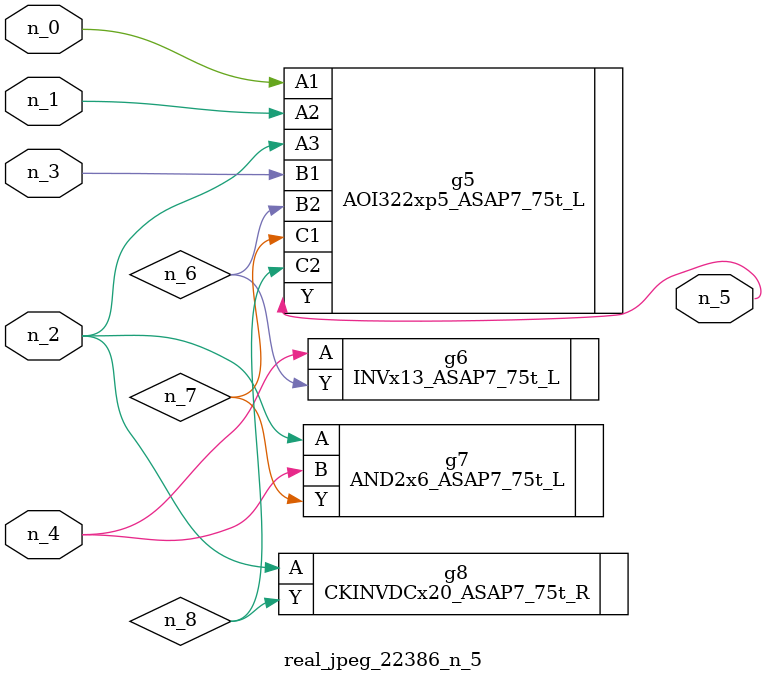
<source format=v>
module real_jpeg_22386_n_5 (n_4, n_0, n_1, n_2, n_3, n_5);

input n_4;
input n_0;
input n_1;
input n_2;
input n_3;

output n_5;

wire n_8;
wire n_6;
wire n_7;

AOI322xp5_ASAP7_75t_L g5 ( 
.A1(n_0),
.A2(n_1),
.A3(n_2),
.B1(n_3),
.B2(n_6),
.C1(n_7),
.C2(n_8),
.Y(n_5)
);

AND2x6_ASAP7_75t_L g7 ( 
.A(n_2),
.B(n_4),
.Y(n_7)
);

CKINVDCx20_ASAP7_75t_R g8 ( 
.A(n_2),
.Y(n_8)
);

INVx13_ASAP7_75t_L g6 ( 
.A(n_4),
.Y(n_6)
);


endmodule
</source>
